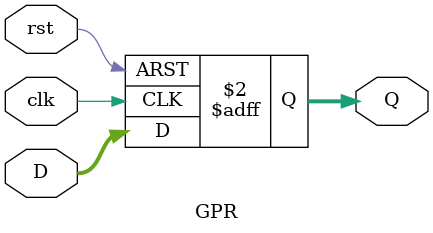
<source format=sv>
module GPR (
	input logic clk,
	input logic rst,
	input logic [31:0] D,
	output logic [31:0] Q
);

	always_ff @(posedge clk or posedge rst) begin
		if (rst) Q <= 32'h0;
		else Q <= D;
	end

endmodule

</source>
